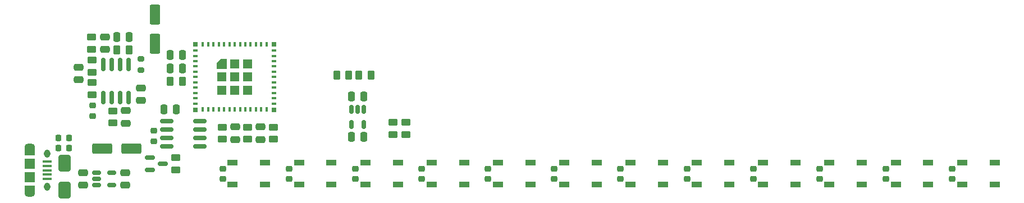
<source format=gbr>
%TF.GenerationSoftware,KiCad,Pcbnew,7.0.5-0*%
%TF.CreationDate,2024-05-11T15:05:49-06:00*%
%TF.ProjectId,rainbow-music-pegasus,7261696e-626f-4772-9d6d-757369632d70,rev?*%
%TF.SameCoordinates,Original*%
%TF.FileFunction,Paste,Top*%
%TF.FilePolarity,Positive*%
%FSLAX46Y46*%
G04 Gerber Fmt 4.6, Leading zero omitted, Abs format (unit mm)*
G04 Created by KiCad (PCBNEW 7.0.5-0) date 2024-05-11 15:05:49*
%MOMM*%
%LPD*%
G01*
G04 APERTURE LIST*
G04 Aperture macros list*
%AMRoundRect*
0 Rectangle with rounded corners*
0 $1 Rounding radius*
0 $2 $3 $4 $5 $6 $7 $8 $9 X,Y pos of 4 corners*
0 Add a 4 corners polygon primitive as box body*
4,1,4,$2,$3,$4,$5,$6,$7,$8,$9,$2,$3,0*
0 Add four circle primitives for the rounded corners*
1,1,$1+$1,$2,$3*
1,1,$1+$1,$4,$5*
1,1,$1+$1,$6,$7*
1,1,$1+$1,$8,$9*
0 Add four rect primitives between the rounded corners*
20,1,$1+$1,$2,$3,$4,$5,0*
20,1,$1+$1,$4,$5,$6,$7,0*
20,1,$1+$1,$6,$7,$8,$9,0*
20,1,$1+$1,$8,$9,$2,$3,0*%
%AMFreePoly0*
4,1,6,0.725000,-0.725000,-0.725000,-0.725000,-0.725000,0.125000,-0.125000,0.725000,0.725000,0.725000,0.725000,-0.725000,0.725000,-0.725000,$1*%
G04 Aperture macros list end*
%ADD10RoundRect,0.225000X0.250000X-0.225000X0.250000X0.225000X-0.250000X0.225000X-0.250000X-0.225000X0*%
%ADD11R,1.500000X0.900000*%
%ADD12RoundRect,0.250000X0.475000X-0.250000X0.475000X0.250000X-0.475000X0.250000X-0.475000X-0.250000X0*%
%ADD13RoundRect,0.250000X-0.450000X0.262500X-0.450000X-0.262500X0.450000X-0.262500X0.450000X0.262500X0*%
%ADD14RoundRect,0.250000X-0.250000X-0.475000X0.250000X-0.475000X0.250000X0.475000X-0.250000X0.475000X0*%
%ADD15RoundRect,0.218750X0.218750X0.256250X-0.218750X0.256250X-0.218750X-0.256250X0.218750X-0.256250X0*%
%ADD16RoundRect,0.250000X0.450000X-0.262500X0.450000X0.262500X-0.450000X0.262500X-0.450000X-0.262500X0*%
%ADD17RoundRect,0.250000X0.262500X0.450000X-0.262500X0.450000X-0.262500X-0.450000X0.262500X-0.450000X0*%
%ADD18RoundRect,0.150000X-0.587500X-0.150000X0.587500X-0.150000X0.587500X0.150000X-0.587500X0.150000X0*%
%ADD19RoundRect,0.250000X-0.262500X-0.450000X0.262500X-0.450000X0.262500X0.450000X-0.262500X0.450000X0*%
%ADD20RoundRect,0.150000X-0.150000X0.512500X-0.150000X-0.512500X0.150000X-0.512500X0.150000X0.512500X0*%
%ADD21RoundRect,0.250000X1.250000X0.550000X-1.250000X0.550000X-1.250000X-0.550000X1.250000X-0.550000X0*%
%ADD22RoundRect,0.250000X0.650000X-1.000000X0.650000X1.000000X-0.650000X1.000000X-0.650000X-1.000000X0*%
%ADD23RoundRect,0.200000X-0.275000X0.200000X-0.275000X-0.200000X0.275000X-0.200000X0.275000X0.200000X0*%
%ADD24RoundRect,0.150000X-0.150000X0.825000X-0.150000X-0.825000X0.150000X-0.825000X0.150000X0.825000X0*%
%ADD25RoundRect,0.150000X-0.512500X-0.150000X0.512500X-0.150000X0.512500X0.150000X-0.512500X0.150000X0*%
%ADD26RoundRect,0.250000X-0.475000X0.250000X-0.475000X-0.250000X0.475000X-0.250000X0.475000X0.250000X0*%
%ADD27RoundRect,0.218750X-0.218750X-0.256250X0.218750X-0.256250X0.218750X0.256250X-0.218750X0.256250X0*%
%ADD28RoundRect,0.250000X0.250000X0.475000X-0.250000X0.475000X-0.250000X-0.475000X0.250000X-0.475000X0*%
%ADD29RoundRect,0.250000X0.550000X-1.250000X0.550000X1.250000X-0.550000X1.250000X-0.550000X-1.250000X0*%
%ADD30RoundRect,0.150000X0.825000X0.150000X-0.825000X0.150000X-0.825000X-0.150000X0.825000X-0.150000X0*%
%ADD31R,0.800000X0.400000*%
%ADD32R,0.400000X0.800000*%
%ADD33FreePoly0,0.000000*%
%ADD34R,1.450000X1.450000*%
%ADD35R,0.700000X0.700000*%
%ADD36R,1.350000X0.400000*%
%ADD37O,1.550000X1.000000*%
%ADD38R,1.500000X1.200000*%
%ADD39O,0.950000X1.250000*%
%ADD40R,1.500000X1.500000*%
G04 APERTURE END LIST*
D10*
%TO.C,C19*%
X151847500Y-101375000D03*
X151847500Y-99825000D03*
%TD*%
D11*
%TO.C,D5*%
X133350000Y-98950000D03*
X133350000Y-102250000D03*
X138250000Y-102250000D03*
X138250000Y-98950000D03*
%TD*%
%TO.C,D1*%
X113350000Y-98950000D03*
X113350000Y-102250000D03*
X118250000Y-102250000D03*
X118250000Y-98950000D03*
%TD*%
D12*
%TO.C,C8*%
X97147500Y-102350000D03*
X97147500Y-100450000D03*
%TD*%
D11*
%TO.C,D13*%
X173350000Y-98950000D03*
X173350000Y-102250000D03*
X178250000Y-102250000D03*
X178250000Y-98950000D03*
%TD*%
D13*
%TO.C,R17*%
X95247500Y-91117500D03*
X95247500Y-92942500D03*
%TD*%
D14*
%TO.C,C3*%
X103897500Y-82700000D03*
X105797500Y-82700000D03*
%TD*%
D15*
%TO.C,D27*%
X88675000Y-95240000D03*
X87100000Y-95240000D03*
%TD*%
D11*
%TO.C,D7*%
X143350000Y-98950000D03*
X143350000Y-102250000D03*
X148250000Y-102250000D03*
X148250000Y-98950000D03*
%TD*%
D16*
%TO.C,R14*%
X104725000Y-100012500D03*
X104725000Y-98187500D03*
%TD*%
D11*
%TO.C,D11*%
X163350000Y-98950000D03*
X163350000Y-102250000D03*
X168250000Y-102250000D03*
X168250000Y-98950000D03*
%TD*%
D10*
%TO.C,C35*%
X92257500Y-91875000D03*
X92257500Y-90325000D03*
%TD*%
D17*
%TO.C,R3*%
X105760000Y-86700000D03*
X103935000Y-86700000D03*
%TD*%
D16*
%TO.C,R1*%
X111777500Y-95412500D03*
X111777500Y-93587500D03*
%TD*%
%TO.C,R10*%
X137498000Y-94703500D03*
X137498000Y-92878500D03*
%TD*%
D18*
%TO.C,Q1*%
X100900884Y-98150000D03*
X100900884Y-100050000D03*
X102775884Y-99100000D03*
%TD*%
D19*
%TO.C,R12*%
X129015500Y-85701000D03*
X130840500Y-85701000D03*
%TD*%
D20*
%TO.C,U4*%
X133148000Y-90901000D03*
X132198000Y-90901000D03*
X131248000Y-90901000D03*
X131248000Y-93176000D03*
X133148000Y-93176000D03*
%TD*%
D10*
%TO.C,C21*%
X161847500Y-101375000D03*
X161847500Y-99825000D03*
%TD*%
D12*
%TO.C,C1*%
X113707500Y-95450000D03*
X113707500Y-93550000D03*
%TD*%
D21*
%TO.C,C10*%
X98047500Y-96800000D03*
X93647500Y-96800000D03*
%TD*%
D22*
%TO.C,D25*%
X88008384Y-103050000D03*
X88008384Y-99050000D03*
%TD*%
D10*
%TO.C,C17*%
X141847500Y-101375000D03*
X141847500Y-99825000D03*
%TD*%
%TO.C,C13*%
X121847500Y-101375000D03*
X121847500Y-99825000D03*
%TD*%
%TO.C,C42*%
X101427500Y-95675000D03*
X101427500Y-94125000D03*
%TD*%
D23*
%TO.C,R7*%
X99472500Y-83275000D03*
X99472500Y-84925000D03*
%TD*%
D10*
%TO.C,C23*%
X171847500Y-101375000D03*
X171847500Y-99825000D03*
%TD*%
D14*
%TO.C,C38*%
X95847500Y-79950000D03*
X97747500Y-79950000D03*
%TD*%
D12*
%TO.C,C7*%
X90747500Y-102350000D03*
X90747500Y-100450000D03*
%TD*%
D24*
%TO.C,U2*%
X97682500Y-84145000D03*
X96412500Y-84145000D03*
X95142500Y-84145000D03*
X93872500Y-84145000D03*
X93872500Y-89095000D03*
X95142500Y-89095000D03*
X96412500Y-89095000D03*
X97682500Y-89095000D03*
%TD*%
D12*
%TO.C,C2*%
X117567500Y-95450000D03*
X117567500Y-93550000D03*
%TD*%
D17*
%TO.C,R13*%
X134210500Y-85701000D03*
X132385500Y-85701000D03*
%TD*%
D11*
%TO.C,D23*%
X223350000Y-98950000D03*
X223350000Y-102250000D03*
X228250000Y-102250000D03*
X228250000Y-98950000D03*
%TD*%
D25*
%TO.C,U3*%
X92810000Y-100450000D03*
X92810000Y-101400000D03*
X92810000Y-102350000D03*
X95085000Y-102350000D03*
X95085000Y-100450000D03*
%TD*%
D26*
%TO.C,C41*%
X97247500Y-91080000D03*
X97247500Y-92980000D03*
%TD*%
D10*
%TO.C,C25*%
X181847500Y-101375000D03*
X181847500Y-99825000D03*
%TD*%
D11*
%TO.C,D15*%
X183350000Y-98950000D03*
X183350000Y-102250000D03*
X188250000Y-102250000D03*
X188250000Y-98950000D03*
%TD*%
D27*
%TO.C,D26*%
X87100000Y-96710000D03*
X88675000Y-96710000D03*
%TD*%
D11*
%TO.C,D17*%
X193350000Y-98950000D03*
X193350000Y-102250000D03*
X198250000Y-102250000D03*
X198250000Y-98950000D03*
%TD*%
%TO.C,D21*%
X213350000Y-98950000D03*
X213350000Y-102250000D03*
X218250000Y-102250000D03*
X218250000Y-98950000D03*
%TD*%
D17*
%TO.C,R9*%
X97710000Y-81900000D03*
X95885000Y-81900000D03*
%TD*%
D11*
%TO.C,D19*%
X203350000Y-98950000D03*
X203350000Y-102250000D03*
X208250000Y-102250000D03*
X208250000Y-98950000D03*
%TD*%
%TO.C,D3*%
X123350000Y-98950000D03*
X123350000Y-102250000D03*
X128250000Y-102250000D03*
X128250000Y-98950000D03*
%TD*%
D10*
%TO.C,C11*%
X111847500Y-101375000D03*
X111847500Y-99825000D03*
%TD*%
D13*
%TO.C,R4*%
X115637500Y-93587500D03*
X115637500Y-95412500D03*
%TD*%
%TO.C,R6*%
X92107500Y-83447500D03*
X92107500Y-85272500D03*
%TD*%
D28*
%TO.C,C36*%
X133148000Y-88951000D03*
X131248000Y-88951000D03*
%TD*%
D10*
%TO.C,C27*%
X191847500Y-101375000D03*
X191847500Y-99825000D03*
%TD*%
D29*
%TO.C,C9*%
X101607500Y-81000000D03*
X101607500Y-76600000D03*
%TD*%
D10*
%TO.C,C31*%
X211825000Y-101375000D03*
X211825000Y-99825000D03*
%TD*%
D11*
%TO.C,D9*%
X153350000Y-98950000D03*
X153350000Y-102250000D03*
X158250000Y-102250000D03*
X158250000Y-98950000D03*
%TD*%
D30*
%TO.C,U5*%
X108372500Y-96520000D03*
X108372500Y-95250000D03*
X108372500Y-93980000D03*
X108372500Y-92710000D03*
X103422500Y-92710000D03*
X103422500Y-93980000D03*
X103422500Y-95250000D03*
X103422500Y-96520000D03*
%TD*%
D10*
%TO.C,C33*%
X221850000Y-101375000D03*
X221850000Y-99825000D03*
%TD*%
D26*
%TO.C,C6*%
X90077500Y-84500000D03*
X90077500Y-86400000D03*
%TD*%
D31*
%TO.C,U1*%
X107755500Y-82010000D03*
X107755500Y-82810000D03*
X107755500Y-83610000D03*
X107755500Y-84410000D03*
X107755500Y-85210000D03*
X107755500Y-86010000D03*
X107755500Y-86810000D03*
X107755500Y-87610000D03*
X107755500Y-88410000D03*
X107755500Y-89210000D03*
X107755500Y-90010000D03*
D32*
X108855500Y-90910000D03*
X109655500Y-90910000D03*
X110455500Y-90910000D03*
X111255500Y-90910000D03*
X112055500Y-90910000D03*
X112855500Y-90910000D03*
X113655500Y-90910000D03*
X114455500Y-90910000D03*
X115255500Y-90910000D03*
X116055500Y-90910000D03*
X116855500Y-90910000D03*
X117655500Y-90910000D03*
X118455500Y-90910000D03*
D31*
X119555500Y-90010000D03*
X119555500Y-89210000D03*
X119555500Y-88410000D03*
X119555500Y-87610000D03*
X119555500Y-86810000D03*
X119555500Y-86010000D03*
X119555500Y-85210000D03*
X119555500Y-84410000D03*
X119555500Y-83610000D03*
X119555500Y-82810000D03*
X119555500Y-82010000D03*
D32*
X118455500Y-81110000D03*
X117655500Y-81110000D03*
X116855500Y-81110000D03*
X116055500Y-81110000D03*
X115255500Y-81110000D03*
X114455500Y-81110000D03*
X113655500Y-81110000D03*
X112855500Y-81110000D03*
X112055500Y-81110000D03*
X111255500Y-81110000D03*
X110455500Y-81110000D03*
X109655500Y-81110000D03*
X108855500Y-81110000D03*
D33*
X111680500Y-84035000D03*
D34*
X111680500Y-86010000D03*
X111680500Y-87985000D03*
X113655500Y-84035000D03*
X113655500Y-86010000D03*
X113655500Y-87985000D03*
X115630500Y-84035000D03*
X115630500Y-86010000D03*
X115630500Y-87985000D03*
D35*
X119605500Y-81060000D03*
X119605500Y-90960000D03*
X107705500Y-90960000D03*
X107705500Y-81060000D03*
%TD*%
D28*
%TO.C,C37*%
X133148000Y-95071000D03*
X131248000Y-95071000D03*
%TD*%
D10*
%TO.C,C29*%
X201847500Y-101375000D03*
X201847500Y-99825000D03*
%TD*%
%TO.C,C15*%
X131847500Y-101375000D03*
X131847500Y-99825000D03*
%TD*%
D16*
%TO.C,R2*%
X119497500Y-95412500D03*
X119497500Y-93587500D03*
%TD*%
D36*
%TO.C,J1*%
X85410000Y-98800000D03*
X85410000Y-99450000D03*
X85410000Y-100100000D03*
X85410000Y-100750000D03*
X85410000Y-101400000D03*
D37*
X82710000Y-96600000D03*
D38*
X82710000Y-97200000D03*
D39*
X85410000Y-97600000D03*
D40*
X82710000Y-99100000D03*
X82710000Y-101100000D03*
D39*
X85410000Y-102600000D03*
D38*
X82710000Y-103000000D03*
D37*
X82710000Y-103600000D03*
%TD*%
D13*
%TO.C,R5*%
X92107500Y-86827500D03*
X92107500Y-88652500D03*
%TD*%
D28*
%TO.C,C40*%
X104847500Y-90880000D03*
X102947500Y-90880000D03*
%TD*%
D14*
%TO.C,C4*%
X103897500Y-84700000D03*
X105797500Y-84700000D03*
%TD*%
D26*
%TO.C,C39*%
X99467500Y-87675000D03*
X99467500Y-89575000D03*
%TD*%
%TO.C,C5*%
X94107500Y-79950000D03*
X94107500Y-81850000D03*
%TD*%
D16*
%TO.C,R8*%
X92097500Y-81812500D03*
X92097500Y-79987500D03*
%TD*%
%TO.C,R11*%
X139498000Y-94703500D03*
X139498000Y-92878500D03*
%TD*%
M02*

</source>
